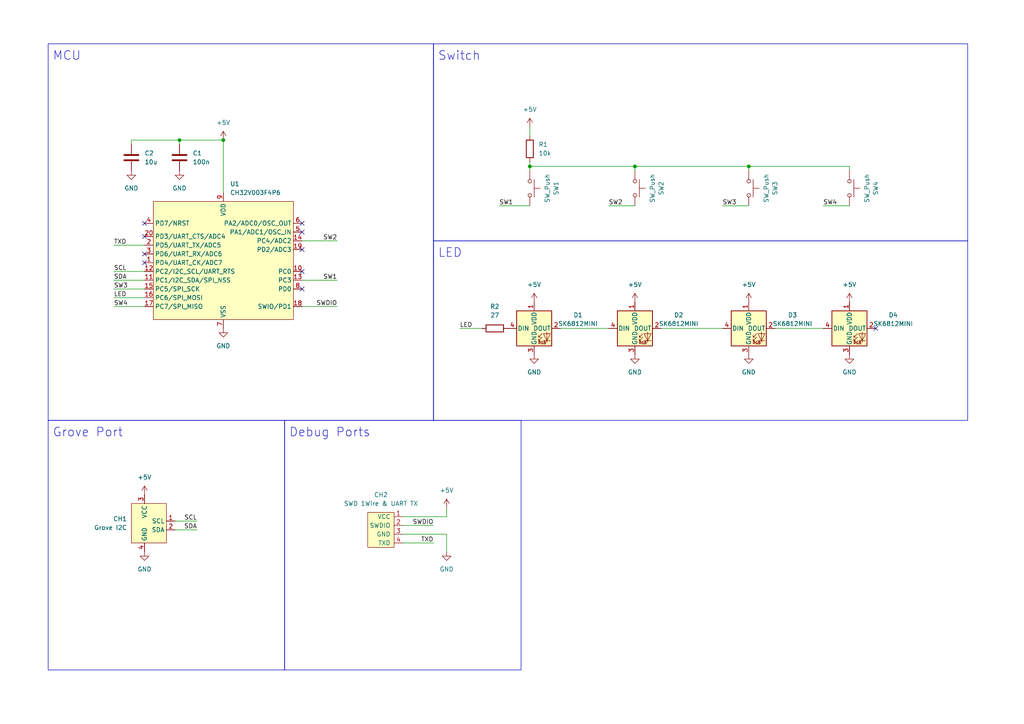
<source format=kicad_sch>
(kicad_sch (version 20230121) (generator eeschema)
  (paper "A4")
  (lib_symbols
    (symbol "$74th:CH32V003-DubugPort_with_vcc" (pin_names (offset 1.016))
      (property "Reference" "CH" (at 0 10.16 0))
      (property "Value" "CH32V003-DubugPort" (at 0 7.62 0))
      (symbol "CH32V003-DubugPort_with_vcc_0_1"
        (rectangle (start -3.81 6.35) (end 3.81 -3.81) (fill (type background)))
      )
      (symbol "CH32V003-DubugPort_with_vcc_1_1"
        (pin power_in line (at 6.35 5.08 180) (length 2.54) (name "VCC") (number "1"))
        (pin bidirectional line (at 6.35 2.54 180) (length 2.54) (name "SWDIO") (number "2"))
        (pin power_in line (at 6.35 0 180) (length 2.54) (name "GND") (number "3"))
        (pin output line (at 6.35 -2.54 180) (length 2.54) (name "TXD") (number "4"))
      )
    )
    (symbol "$74th:CH32V003F4P6"
      (property "Reference" "U" (at -11.43 25.4 0))
      (property "Value" "CH32V003F4P6" (at 12.7 25.4 0))
      (symbol "CH32V003F4P6_0_1"
        (rectangle (start -20.32 24.13) (end 20.32 -10.16) (stroke (width 0.1524)) (fill (type background)))
      )
      (symbol "CH32V003F4P6_1_1"
        (pin bidirectional line (at -22.86 6.35 0) (length 2.54) (name "PD4/UART_CK/ADC7") (number "1"))
        (pin bidirectional line (at 22.86 3.81 180) (length 2.54) (name "PC0") (number "10"))
        (pin bidirectional line (at -22.86 1.27 0) (length 2.54) (name "PC1/I2C_SDA/SPI_NSS") (number "11"))
        (pin bidirectional line (at -22.86 3.81 0) (length 2.54) (name "PC2/I2C_SCL/UART_RTS") (number "12"))
        (pin bidirectional line (at 22.86 1.27 180) (length 2.54) (name "PC3") (number "13"))
        (pin bidirectional line (at 22.86 12.7 180) (length 2.54) (name "PC4/ADC2") (number "14"))
        (pin bidirectional line (at -22.86 -1.27 0) (length 2.54) (name "PC5/SPI_SCK") (number "15"))
        (pin bidirectional line (at -22.86 -3.81 0) (length 2.54) (name "PC6/SPI_MOSI") (number "16"))
        (pin bidirectional line (at -22.86 -6.35 0) (length 2.54) (name "PC7/SPI_MISO") (number "17"))
        (pin bidirectional line (at 22.86 -6.35 180) (length 2.54) (name "SWIO/PD1") (number "18"))
        (pin bidirectional line (at 22.86 10.16 180) (length 2.54) (name "PD2/ADC3") (number "19"))
        (pin bidirectional line (at -22.86 11.43 0) (length 2.54) (name "PD5/UART_TX/ADC5") (number "2"))
        (pin bidirectional line (at -22.86 13.97 0) (length 2.54) (name "PD3/UART_CTS/ADC4") (number "20"))
        (pin bidirectional line (at -22.86 8.89 0) (length 2.54) (name "PD6/UART_RX/ADC6") (number "3"))
        (pin bidirectional line (at -22.86 17.78 0) (length 2.54) (name "PD7/NRST") (number "4"))
        (pin bidirectional line (at 22.86 15.24 180) (length 2.54) (name "PA1/ADC1/OSC_IN") (number "5"))
        (pin bidirectional line (at 22.86 17.78 180) (length 2.54) (name "PA2/ADC0/OSC_OUT") (number "6"))
        (pin power_in line (at 0 -12.7 90) (length 2.54) (name "VSS") (number "7"))
        (pin bidirectional line (at 22.86 -1.27 180) (length 2.54) (name "PD0") (number "8"))
        (pin power_in line (at 0 26.67 270) (length 2.54) (name "VDD") (number "9"))
      )
    )
    (symbol "$74th:I2C_Grove_DeviceSide"
      (property "Reference" "CH" (at -7.62 1.27 0))
      (property "Value" "Grove I2C" (at -7.62 -1.27 0))
      (symbol "I2C_Grove_DeviceSide_0_1"
        (rectangle (start -6.35 6.35) (end 3.81 -5.08) (stroke (width 0.1524)) (fill (type background)))
      )
      (symbol "I2C_Grove_DeviceSide_1_1"
        (pin input line (at 6.35 1.27 180) (length 2.54) (name "SCL") (number "1"))
        (pin bidirectional line (at 6.35 -1.27 180) (length 2.54) (name "SDA") (number "2"))
        (pin power_out line (at -2.54 8.89 270) (length 2.54) (name "VCC") (number "3"))
        (pin power_out line (at -2.54 -7.62 90) (length 2.54) (name "GND") (number "4"))
      )
    )
    (symbol "$74th:SK6812MINI" (pin_names (offset 0.254))
      (property "Reference" "D" (at 5.08 5.715 0))
      (property "Value" "SK6812MINI" (at 1.27 -5.715 0))
      (symbol "SK6812MINI_0_0"
        (text "RGB" (at 2.286 -4.191 0) (effects (font (size 0.762 0.762))))
      )
      (symbol "SK6812MINI_0_1"
        (polyline (pts (xy 1.27 -3.556) (xy 1.778 -3.556)))
        (polyline (pts (xy 1.27 -2.54) (xy 1.778 -2.54)))
        (polyline (pts (xy 4.699 -3.556) (xy 2.667 -3.556)))
        (polyline (pts (xy 2.286 -2.54) (xy 1.27 -3.556) (xy 1.27 -3.048)))
        (polyline (pts (xy 2.286 -1.524) (xy 1.27 -2.54) (xy 1.27 -2.032)))
        (polyline (pts (xy 3.683 -1.016) (xy 3.683 -3.556) (xy 3.683 -4.064)))
        (polyline (pts (xy 4.699 -1.524) (xy 2.667 -1.524) (xy 3.683 -3.556) (xy 4.699 -1.524)))
        (rectangle (start 5.08 5.08) (end -5.08 -5.08) (stroke (width 0.254)) (fill (type background)))
      )
      (symbol "SK6812MINI_1_1"
        (pin power_in line (at 0 7.62 270) (length 2.54) (name "VDD") (number "1"))
        (pin output line (at 7.62 0 180) (length 2.54) (name "DOUT") (number "2"))
        (pin power_in line (at 0 -7.62 90) (length 2.54) (name "GND") (number "3"))
        (pin input line (at -7.62 0 0) (length 2.54) (name "DIN") (number "4"))
      )
    )
    (symbol "Device:C" (pin_numbers hide) (pin_names (offset 0.254))
      (property "Reference" "C" (at 0.635 2.54 0))
      (property "Value" "C" (at 0.635 -2.54 0))
      (symbol "C_0_1"
        (polyline (pts (xy -2.032 -0.762) (xy 2.032 -0.762)) (stroke (width 0.508)))
        (polyline (pts (xy -2.032 0.762) (xy 2.032 0.762)) (stroke (width 0.508)))
      )
      (symbol "C_1_1"
        (pin passive line (at 0 3.81 270) (length 2.794) (name "~") (number "1"))
        (pin passive line (at 0 -3.81 90) (length 2.794) (name "~") (number "2"))
      )
    )
    (symbol "Device:R" (pin_numbers hide) (pin_names (offset 0))
      (property "Reference" "R" (at 2.032 0 90))
      (property "Value" "R" (at 0 0 90))
      (symbol "R_0_1"
        (rectangle (start -1.016 -2.54) (end 1.016 2.54) (stroke (width 0.254)))
      )
      (symbol "R_1_1"
        (pin passive line (at 0 3.81 270) (length 1.27) (name "~") (number "1"))
        (pin passive line (at 0 -3.81 90) (length 1.27) (name "~") (number "2"))
      )
    )
    (symbol "Switch:SW_Push" (pin_numbers hide) (pin_names (offset 1.016) hide)
      (property "Reference" "SW" (at 1.27 2.54 0))
      (property "Value" "SW_Push" (at 0 -1.524 0))
      (symbol "SW_Push_0_1"
        (circle (center -2.032 0) (radius 0.508))
        (polyline (pts (xy 0 1.27) (xy 0 3.048)))
        (polyline (pts (xy 2.54 1.27) (xy -2.54 1.27)))
        (circle (center 2.032 0) (radius 0.508))
        (pin passive line (at -5.08 0 0) (length 2.54) (name "1") (number "1"))
        (pin passive line (at 5.08 0 180) (length 2.54) (name "2") (number "2"))
      )
    )
    (symbol "power:+5V" (power) (pin_names (offset 0))
      (property "Value" "+5V" (at 0 3.556 0))
      (symbol "+5V_0_1"
        (polyline (pts (xy -0.762 1.27) (xy 0 2.54)))
        (polyline (pts (xy 0 0) (xy 0 2.54)))
        (polyline (pts (xy 0 2.54) (xy 0.762 1.27)))
      )
      (symbol "+5V_1_1"
        (pin power_in line (at 0 0 90) (length 0) hide (name "+5V") (number "1"))
      )
    )
    (symbol "power:GND" (power) (pin_names (offset 0))
      (property "Value" "GND" (at 0 -3.81 0))
      (symbol "GND_0_1"
        (polyline (pts (xy 0 0) (xy 0 -1.27) (xy 1.27 -1.27) (xy 0 -2.54) (xy -1.27 -1.27) (xy 0 -1.27)))
      )
      (symbol "GND_1_1"
        (pin power_in line (at 0 0 270) (length 0) hide (name "GND") (number "1"))
      )
    )
  )
  (junction (at 217.17 48.26))
  (junction (at 52.07 40.64))
  (junction (at 184.15 48.26))
  (junction (at 153.67 48.26))
  (junction (at 64.77 40.64))
  (no_connect (at 41.91 76.2))
  (no_connect (at 254 95.25))
  (no_connect (at 87.63 64.77))
  (no_connect (at 41.91 73.66))
  (no_connect (at 41.91 64.77))
  (no_connect (at 87.63 83.82))
  (no_connect (at 87.63 72.39))
  (no_connect (at 87.63 78.74))
  (no_connect (at 41.91 68.58))
  (no_connect (at 87.63 67.31))
  (wire (pts (xy 116.84 157.48) (xy 125.73 157.48)))
  (wire (pts (xy 246.38 49.53) (xy 246.38 48.26)))
  (wire (pts (xy 52.07 40.64) (xy 38.1 40.64)))
  (wire (pts (xy 33.02 71.12) (xy 41.91 71.12)))
  (wire (pts (xy 33.02 78.74) (xy 41.91 78.74)))
  (wire (pts (xy 153.67 48.26) (xy 184.15 48.26)))
  (wire (pts (xy 38.1 40.64) (xy 38.1 41.91)))
  (wire (pts (xy 139.7 95.25) (xy 133.35 95.25)))
  (wire (pts (xy 33.02 86.36) (xy 41.91 86.36)))
  (wire (pts (xy 116.84 149.86) (xy 129.54 149.86)))
  (wire (pts (xy 50.8 153.67) (xy 57.15 153.67)))
  (wire (pts (xy 116.84 154.94) (xy 129.54 154.94)))
  (wire (pts (xy 191.77 95.25) (xy 209.55 95.25)))
  (wire (pts (xy 217.17 48.26) (xy 217.17 49.53)))
  (wire (pts (xy 129.54 154.94) (xy 129.54 160.02)))
  (wire (pts (xy 184.15 48.26) (xy 184.15 49.53)))
  (wire (pts (xy 33.02 88.9) (xy 41.91 88.9)))
  (wire (pts (xy 87.63 88.9) (xy 97.79 88.9)))
  (wire (pts (xy 238.76 59.69) (xy 246.38 59.69)))
  (wire (pts (xy 176.53 59.69) (xy 184.15 59.69)))
  (wire (pts (xy 50.8 151.13) (xy 57.15 151.13)))
  (wire (pts (xy 64.77 40.64) (xy 64.77 55.88)))
  (wire (pts (xy 87.63 69.85) (xy 97.79 69.85)))
  (wire (pts (xy 64.77 40.64) (xy 52.07 40.64)))
  (wire (pts (xy 153.67 46.99) (xy 153.67 48.26)))
  (wire (pts (xy 52.07 40.64) (xy 52.07 41.91)))
  (wire (pts (xy 217.17 48.26) (xy 246.38 48.26)))
  (wire (pts (xy 144.78 59.69) (xy 153.67 59.69)))
  (wire (pts (xy 129.54 149.86) (xy 129.54 147.32)))
  (wire (pts (xy 33.02 81.28) (xy 41.91 81.28)))
  (wire (pts (xy 153.67 48.26) (xy 153.67 49.53)))
  (wire (pts (xy 184.15 48.26) (xy 217.17 48.26)))
  (wire (pts (xy 33.02 83.82) (xy 41.91 83.82)))
  (wire (pts (xy 87.63 81.28) (xy 97.79 81.28)))
  (wire (pts (xy 224.79 95.25) (xy 238.76 95.25)))
  (wire (pts (xy 209.55 59.69) (xy 217.17 59.69)))
  (wire (pts (xy 162.56 95.25) (xy 176.53 95.25)))
  (wire (pts (xy 116.84 152.4) (xy 125.73 152.4)))
  (wire (pts (xy 153.67 36.83) (xy 153.67 39.37)))
  (rectangle (start 125.73 69.85) (end 280.67 121.92))
  (rectangle (start 125.73 12.7) (end 280.67 69.85))
  (rectangle (start 82.55 121.92) (end 151.13 194.31))
  (rectangle (start 13.97 12.7) (end 125.73 121.92))
  (rectangle (start 13.97 121.92) (end 82.55 194.31))
  (text "LED" (at 127 74.93 0) (effects (font (size 2.54 2.54)) (justify left bottom)))
  (text "Debug Ports" (at 83.82 127 0) (effects (font (size 2.54 2.54)) (justify left bottom)))
  (text "Switch" (at 127 17.78 0) (effects (font (size 2.54 2.54)) (justify left bottom)))
  (text "MCU" (at 15.24 17.78 0) (effects (font (size 2.54 2.54)) (justify left bottom)))
  (text "Grove Port" (at 15.24 127 0) (effects (font (size 2.54 2.54)) (justify left bottom)))
  (label "SW1" (at 144.78 59.69 0))
  (label "SCL" (at 33.02 78.74 0))
  (label "SW4" (at 33.02 88.9 0))
  (label "TXD" (at 33.02 71.12 0))
  (label "SW3" (at 33.02 83.82 0))
  (label "SCL" (at 57.15 151.13 180))
  (label "LED" (at 133.35 95.25 0))
  (label "SWDIO" (at 97.79 88.9 180))
  (label "SDA" (at 57.15 153.67 180))
  (label "SDA" (at 33.02 81.28 0))
  (label "TXD" (at 125.73 157.48 180))
  (label "SW1" (at 97.79 81.28 180))
  (label "LED" (at 33.02 86.36 0))
  (label "SWDIO" (at 125.73 152.4 180))
  (label "SW2" (at 97.79 69.85 180))
  (label "SW4" (at 238.76 59.69 0))
  (label "SW2" (at 176.53 59.69 0))
  (label "SW3" (at 209.55 59.69 0))
  (symbol (lib_id "$74th:CH32V003F4P6") (at 64.77 82.55 0) (unit 1)
    (property "Reference" "U1" (at 66.7259 53.34 0) (effects (justify left)))
    (property "Value" "CH32V003F4P6" (at 66.7259 55.88 0) (effects (justify left)))
    (property "Footprint" "Package_SO:TSSOP-20_4.4x6.5mm_P0.65mm" (effects hide))
  )
  (symbol (lib_id "power:GND") (at 52.07 49.53 0) (unit 1)
    (property "Reference" "#PWR06" (effects hide))
    (property "Value" "GND" (at 52.07 54.61 0))
  )
  (symbol (lib_id "power:+5V") (at 129.54 147.32 0) (unit 1)
    (property "Reference" "#PWR011" (effects hide))
    (property "Value" "+5V" (at 129.54 142.24 0))
  )
  (symbol (lib_id "$74th:CH32V003-DubugPort_with_vcc") (at 110.49 154.94 0) (unit 1)
    (property "Reference" "CH2" (at 110.49 143.51 0))
    (property "Value" "SWD 1Wire & UART TX" (at 110.49 146.05 0))
    (property "Footprint" "$74th:CH32V003-DebugPort_with_vcc" (effects hide))
  )
  (symbol (lib_id "Device:C") (at 52.07 45.72 0) (unit 1)
    (property "Reference" "C1" (at 55.88 44.45 0) (effects (justify left)))
    (property "Value" "100n" (at 55.88 46.99 0) (effects (justify left)))
    (property "Footprint" "$74th:Capacitor_0805_2012" (effects hide))
  )
  (symbol (lib_id "power:GND") (at 217.17 102.87 0) (unit 1)
    (property "Reference" "#PWR016" (effects hide))
    (property "Value" "GND" (at 217.17 107.95 0))
  )
  (symbol (lib_id "Device:R") (at 153.67 43.18 0) (unit 1)
    (property "Reference" "R1" (at 156.21 41.91 0) (effects (justify left)))
    (property "Value" "10k" (at 156.21 44.45 0) (effects (justify left)))
    (property "Footprint" "$74th:Register_0805_2012" (effects hide))
  )
  (symbol (lib_id "power:+5V") (at 184.15 87.63 0) (unit 1)
    (property "Reference" "#PWR012" (effects hide))
    (property "Value" "+5V" (at 184.15 82.55 0))
  )
  (symbol (lib_id "power:GND") (at 38.1 49.53 0) (unit 1)
    (property "Reference" "#PWR07" (effects hide))
    (property "Value" "GND" (at 38.1 54.61 0))
  )
  (symbol (lib_id "Switch:SW_Push") (at 246.38 54.61 270) (unit 1)
    (property "Reference" "SW4" (at 254 54.61 0))
    (property "Value" "SW_Push" (at 251.46 54.61 0))
    (property "Footprint" "$sparrow62:MXChocDirect_1Side_1.0u" (effects hide))
  )
  (symbol (lib_id "Switch:SW_Push") (at 217.17 54.61 270) (unit 1)
    (property "Reference" "SW3" (at 224.79 54.61 0))
    (property "Value" "SW_Push" (at 222.25 54.61 0))
    (property "Footprint" "$sparrow62:MXChocDirect_1Side_1.0u" (effects hide))
  )
  (symbol (lib_id "power:+5V") (at 64.77 40.64 0) (unit 1)
    (property "Reference" "#PWR04" (effects hide))
    (property "Value" "+5V" (at 64.77 35.56 0))
  )
  (symbol (lib_id "power:GND") (at 41.91 160.02 0) (unit 1)
    (property "Reference" "#PWR03" (effects hide))
    (property "Value" "GND" (at 41.91 165.1 0))
  )
  (symbol (lib_id "power:+5V") (at 246.38 87.63 0) (unit 1)
    (property "Reference" "#PWR014" (effects hide))
    (property "Value" "+5V" (at 246.38 82.55 0))
  )
  (symbol (lib_id "Switch:SW_Push") (at 153.67 54.61 270) (unit 1)
    (property "Reference" "SW1" (at 161.29 54.61 0))
    (property "Value" "SW_Push" (at 158.75 54.61 0))
    (property "Footprint" "$sparrow62:MXChocDirect_1Side_1.0u" (effects hide))
  )
  (symbol (lib_id "$74th:SK6812MINI") (at 246.38 95.25 0) (unit 1)
    (property "Reference" "D4" (at 259.08 91.3639 0))
    (property "Value" "SK6812MINI" (at 259.08 93.9039 0))
    (property "Footprint" "$74th:YS-SK6812MINI-E-BACK-RIGHT" (effects hide))
    (property "Datasheet" "https://cdn-shop.adafruit.com/product-files/2686/SK6812MINI_REV.01-1-2.pdf" (effects hide))
  )
  (symbol (lib_id "power:GND") (at 246.38 102.87 0) (unit 1)
    (property "Reference" "#PWR017" (effects hide))
    (property "Value" "GND" (at 246.38 107.95 0))
  )
  (symbol (lib_id "Device:C") (at 38.1 45.72 0) (unit 1)
    (property "Reference" "C2" (at 41.91 44.45 0) (effects (justify left)))
    (property "Value" "10u" (at 41.91 46.99 0) (effects (justify left)))
    (property "Footprint" "$74th:Capacitor_0805_2012" (effects hide))
  )
  (symbol (lib_id "power:GND") (at 184.15 102.87 0) (unit 1)
    (property "Reference" "#PWR015" (effects hide))
    (property "Value" "GND" (at 184.15 107.95 0))
  )
  (symbol (lib_id "power:+5V") (at 153.67 36.83 0) (unit 1)
    (property "Reference" "#PWR01" (effects hide))
    (property "Value" "+5V" (at 153.67 31.75 0))
  )
  (symbol (lib_id "$74th:I2C_Grove_DeviceSide") (at 44.45 152.4 0) (unit 1)
    (property "Reference" "CH1" (at 36.83 150.495 0) (effects (justify right)))
    (property "Value" "Grove I2C" (at 36.83 153.035 0) (effects (justify right)))
    (property "Footprint" "$74th:HY2.0_Socket_SMD_4Pin" (effects hide))
  )
  (symbol (lib_id "$74th:SK6812MINI") (at 217.17 95.25 0) (unit 1)
    (property "Reference" "D3" (at 229.87 91.3639 0))
    (property "Value" "SK6812MINI" (at 229.87 93.9039 0))
    (property "Footprint" "$74th:YS-SK6812MINI-E-BACK-RIGHT" (effects hide))
    (property "Datasheet" "https://cdn-shop.adafruit.com/product-files/2686/SK6812MINI_REV.01-1-2.pdf" (effects hide))
  )
  (symbol (lib_id "power:+5V") (at 154.94 87.63 0) (unit 1)
    (property "Reference" "#PWR09" (effects hide))
    (property "Value" "+5V" (at 154.94 82.55 0))
  )
  (symbol (lib_id "$74th:SK6812MINI") (at 154.94 95.25 0) (unit 1)
    (property "Reference" "D1" (at 167.64 91.3639 0))
    (property "Value" "SK6812MINI" (at 167.64 93.9039 0))
    (property "Footprint" "$74th:YS-SK6812MINI-E-BACK-RIGHT" (effects hide))
    (property "Datasheet" "https://cdn-shop.adafruit.com/product-files/2686/SK6812MINI_REV.01-1-2.pdf" (effects hide))
  )
  (symbol (lib_id "power:GND") (at 129.54 160.02 0) (unit 1)
    (property "Reference" "#PWR08" (effects hide))
    (property "Value" "GND" (at 129.54 165.1 0))
  )
  (symbol (lib_id "power:+5V") (at 217.17 87.63 0) (unit 1)
    (property "Reference" "#PWR013" (effects hide))
    (property "Value" "+5V" (at 217.17 82.55 0))
  )
  (symbol (lib_id "power:GND") (at 154.94 102.87 0) (unit 1)
    (property "Reference" "#PWR010" (effects hide))
    (property "Value" "GND" (at 154.94 107.95 0))
  )
  (symbol (lib_id "$74th:SK6812MINI") (at 184.15 95.25 0) (unit 1)
    (property "Reference" "D2" (at 196.85 91.3639 0))
    (property "Value" "SK6812MINI" (at 196.85 93.9039 0))
    (property "Footprint" "$74th:YS-SK6812MINI-E-BACK-RIGHT" (effects hide))
    (property "Datasheet" "https://cdn-shop.adafruit.com/product-files/2686/SK6812MINI_REV.01-1-2.pdf" (effects hide))
  )
  (symbol (lib_id "power:+5V") (at 41.91 143.51 0) (unit 1)
    (property "Reference" "#PWR02" (effects hide))
    (property "Value" "+5V" (at 41.91 138.43 0))
  )
  (symbol (lib_id "Switch:SW_Push") (at 184.15 54.61 270) (unit 1)
    (property "Reference" "SW2" (at 191.77 54.61 0))
    (property "Value" "SW_Push" (at 189.23 54.61 0))
    (property "Footprint" "$sparrow62:MXChocDirect_1Side_1.0u" (effects hide))
  )
  (symbol (lib_id "Device:R") (at 143.51 95.25 270) (unit 1)
    (property "Reference" "R2" (at 143.51 88.9 90))
    (property "Value" "27" (at 143.51 91.44 90))
    (property "Footprint" "$74th:Register_0805_2012" (effects hide))
  )
  (symbol (lib_id "power:GND") (at 64.77 95.25 0) (unit 1)
    (property "Reference" "#PWR05" (effects hide))
    (property "Value" "GND" (at 64.77 100.33 0))
  )
)
</source>
